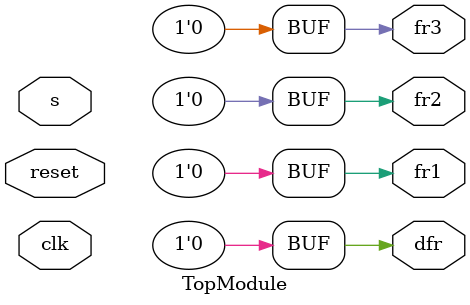
<source format=v>
module TopModule (
  input clk,
  input reset,
  input [3:1] s,
  output reg fr3,
  output reg fr2,
  output reg fr1,
  output reg dfr
);

  // Module body - leave empty or add minimal initialization
  // Example:
  initial begin
    fr3 = 0;
    fr2 = 0;
    fr1 = 0;
    dfr = 0;
  end

endmodule
</source>
